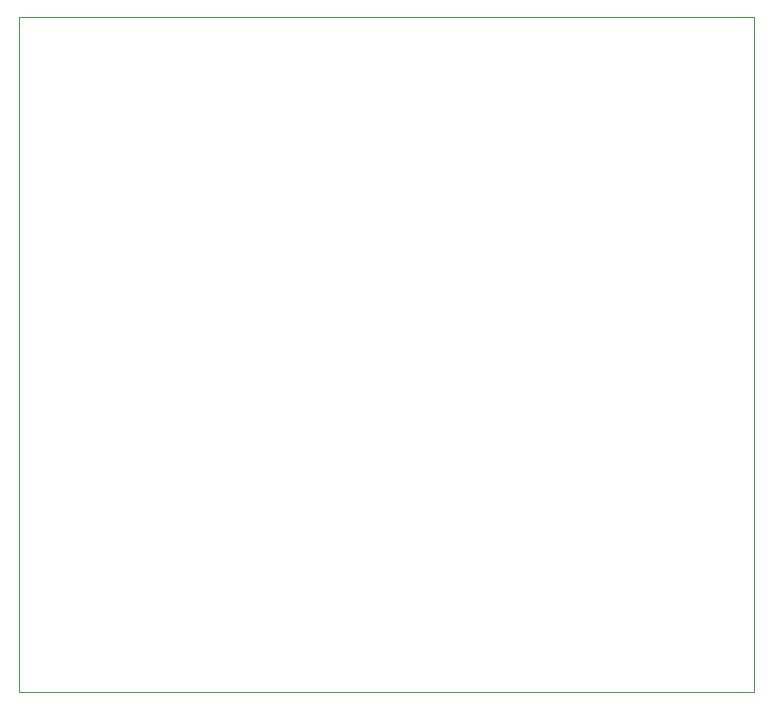
<source format=gbr>
%TF.GenerationSoftware,KiCad,Pcbnew,(6.0.2)*%
%TF.CreationDate,2022-07-07T23:12:26-05:00*%
%TF.ProjectId,ExtCard,45787443-6172-4642-9e6b-696361645f70,rev?*%
%TF.SameCoordinates,Original*%
%TF.FileFunction,Profile,NP*%
%FSLAX46Y46*%
G04 Gerber Fmt 4.6, Leading zero omitted, Abs format (unit mm)*
G04 Created by KiCad (PCBNEW (6.0.2)) date 2022-07-07 23:12:26*
%MOMM*%
%LPD*%
G01*
G04 APERTURE LIST*
%TA.AperFunction,Profile*%
%ADD10C,0.100000*%
%TD*%
G04 APERTURE END LIST*
D10*
X65830000Y-84720000D02*
X128060000Y-84720000D01*
X128060000Y-141870000D02*
X65830000Y-141870000D01*
X128060000Y-84720000D02*
X128060000Y-141870000D01*
X65830000Y-141870000D02*
X65830000Y-84720000D01*
M02*

</source>
